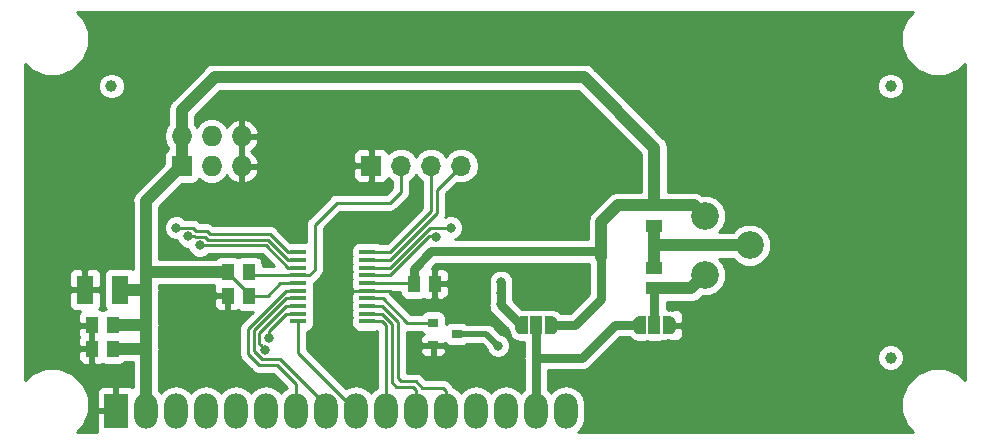
<source format=gbr>
G04 #@! TF.GenerationSoftware,KiCad,Pcbnew,5.0.0-rc2-dev-unknown-0f0d9af~63~ubuntu16.04.1*
G04 #@! TF.CreationDate,2018-05-08T16:55:26+02:00*
G04 #@! TF.ProjectId,display,646973706C61792E6B696361645F7063,rev?*
G04 #@! TF.SameCoordinates,Original*
G04 #@! TF.FileFunction,Copper,L1,Top,Signal*
G04 #@! TF.FilePolarity,Positive*
%FSLAX46Y46*%
G04 Gerber Fmt 4.6, Leading zero omitted, Abs format (unit mm)*
G04 Created by KiCad (PCBNEW 5.0.0-rc2-dev-unknown-0f0d9af~63~ubuntu16.04.1) date Tue May  8 16:55:26 2018*
%MOMM*%
%LPD*%
G01*
G04 APERTURE LIST*
%ADD10R,2.000000X3.000000*%
%ADD11O,2.000000X3.000000*%
%ADD12R,1.450000X0.450000*%
%ADD13R,1.120000X1.400000*%
%ADD14R,1.460000X2.400000*%
%ADD15R,1.727200X1.727200*%
%ADD16O,1.727200X1.727200*%
%ADD17R,1.700000X1.700000*%
%ADD18O,1.700000X1.700000*%
%ADD19R,0.500000X1.500000*%
%ADD20C,0.100000*%
%ADD21C,1.000000*%
%ADD22R,1.000000X1.500000*%
%ADD23R,0.900000X0.800000*%
%ADD24C,2.340000*%
%ADD25R,1.400000X1.120000*%
%ADD26C,0.800000*%
%ADD27C,1.000000*%
%ADD28C,0.800000*%
%ADD29C,0.250000*%
%ADD30C,0.500000*%
%ADD31C,0.254000*%
G04 APERTURE END LIST*
D10*
X90400000Y-95500000D03*
D11*
X92940000Y-95500000D03*
X95480000Y-95500000D03*
X98020000Y-95500000D03*
X100560000Y-95500000D03*
X103100000Y-95500000D03*
X105640000Y-95500000D03*
X108180000Y-95500000D03*
X110720000Y-95500000D03*
X113260000Y-95500000D03*
X115800000Y-95500000D03*
X118340000Y-95500000D03*
X120880000Y-95500000D03*
X123420000Y-95500000D03*
X125960000Y-95500000D03*
X128500000Y-95500000D03*
D12*
X105800000Y-82075000D03*
X105800000Y-82725000D03*
X105800000Y-83375000D03*
X105800000Y-84025000D03*
X105800000Y-84675000D03*
X105800000Y-85325000D03*
X105800000Y-85975000D03*
X105800000Y-86625000D03*
X105800000Y-87275000D03*
X105800000Y-87925000D03*
X111700000Y-87925000D03*
X111700000Y-87275000D03*
X111700000Y-86625000D03*
X111700000Y-85975000D03*
X111700000Y-85325000D03*
X111700000Y-84675000D03*
X111700000Y-84025000D03*
X111700000Y-83375000D03*
X111700000Y-82725000D03*
X111700000Y-82075000D03*
D13*
X99870000Y-85750000D03*
X101630000Y-85750000D03*
X90130000Y-90250000D03*
X88370000Y-90250000D03*
X88370000Y-88250000D03*
X90130000Y-88250000D03*
X115620000Y-84750000D03*
X117380000Y-84750000D03*
D14*
X90730000Y-85250000D03*
X87770000Y-85250000D03*
D15*
X95960000Y-74790000D03*
D16*
X95960000Y-72250000D03*
X98500000Y-74790000D03*
X98500000Y-72250000D03*
X101040000Y-74790000D03*
X101040000Y-72250000D03*
D17*
X112000000Y-74750000D03*
D18*
X114540000Y-74750000D03*
X117080000Y-74750000D03*
X119620000Y-74750000D03*
D19*
X135000000Y-88250000D03*
D20*
G36*
X134749010Y-87502408D02*
X134797546Y-87509607D01*
X134845143Y-87521530D01*
X134891343Y-87538060D01*
X134935699Y-87559039D01*
X134977786Y-87584265D01*
X135017198Y-87613495D01*
X135053554Y-87646447D01*
X135086506Y-87682803D01*
X135115736Y-87722215D01*
X135140962Y-87764302D01*
X135161941Y-87808658D01*
X135178471Y-87854858D01*
X135190394Y-87902455D01*
X135197593Y-87950991D01*
X135200001Y-88000000D01*
X135200001Y-88500000D01*
X135197593Y-88549009D01*
X135190394Y-88597545D01*
X135178471Y-88645142D01*
X135161941Y-88691342D01*
X135140962Y-88735698D01*
X135115736Y-88777785D01*
X135086506Y-88817197D01*
X135053554Y-88853553D01*
X135017198Y-88886505D01*
X134977786Y-88915735D01*
X134935699Y-88940961D01*
X134891343Y-88961940D01*
X134845143Y-88978470D01*
X134797546Y-88990393D01*
X134749010Y-88997592D01*
X134700001Y-89000000D01*
X134699999Y-89000000D01*
X134650990Y-88997592D01*
X134602454Y-88990393D01*
X134554857Y-88978470D01*
X134508657Y-88961940D01*
X134464301Y-88940961D01*
X134422214Y-88915735D01*
X134382802Y-88886505D01*
X134346446Y-88853553D01*
X134313494Y-88817197D01*
X134284264Y-88777785D01*
X134259038Y-88735698D01*
X134238059Y-88691342D01*
X134221529Y-88645142D01*
X134209606Y-88597545D01*
X134202407Y-88549009D01*
X134199999Y-88500000D01*
X134199999Y-88000000D01*
X134202407Y-87950991D01*
X134209606Y-87902455D01*
X134221529Y-87854858D01*
X134238059Y-87808658D01*
X134259038Y-87764302D01*
X134284264Y-87722215D01*
X134313494Y-87682803D01*
X134346446Y-87646447D01*
X134382802Y-87613495D01*
X134422214Y-87584265D01*
X134464301Y-87559039D01*
X134508657Y-87538060D01*
X134554857Y-87521530D01*
X134602454Y-87509607D01*
X134650990Y-87502408D01*
X134699999Y-87500000D01*
X134700001Y-87500000D01*
X134749010Y-87502408D01*
X134749010Y-87502408D01*
G37*
D21*
X134700000Y-88250000D03*
D22*
X136000000Y-88250000D03*
D19*
X137000000Y-88250000D03*
D20*
G36*
X137349010Y-87502408D02*
X137397546Y-87509607D01*
X137445143Y-87521530D01*
X137491343Y-87538060D01*
X137535699Y-87559039D01*
X137577786Y-87584265D01*
X137617198Y-87613495D01*
X137653554Y-87646447D01*
X137686506Y-87682803D01*
X137715736Y-87722215D01*
X137740962Y-87764302D01*
X137761941Y-87808658D01*
X137778471Y-87854858D01*
X137790394Y-87902455D01*
X137797593Y-87950991D01*
X137800001Y-88000000D01*
X137800001Y-88500000D01*
X137797593Y-88549009D01*
X137790394Y-88597545D01*
X137778471Y-88645142D01*
X137761941Y-88691342D01*
X137740962Y-88735698D01*
X137715736Y-88777785D01*
X137686506Y-88817197D01*
X137653554Y-88853553D01*
X137617198Y-88886505D01*
X137577786Y-88915735D01*
X137535699Y-88940961D01*
X137491343Y-88961940D01*
X137445143Y-88978470D01*
X137397546Y-88990393D01*
X137349010Y-88997592D01*
X137300001Y-89000000D01*
X137299999Y-89000000D01*
X137250990Y-88997592D01*
X137202454Y-88990393D01*
X137154857Y-88978470D01*
X137108657Y-88961940D01*
X137064301Y-88940961D01*
X137022214Y-88915735D01*
X136982802Y-88886505D01*
X136946446Y-88853553D01*
X136913494Y-88817197D01*
X136884264Y-88777785D01*
X136859038Y-88735698D01*
X136838059Y-88691342D01*
X136821529Y-88645142D01*
X136809606Y-88597545D01*
X136802407Y-88549009D01*
X136799999Y-88500000D01*
X136799999Y-88000000D01*
X136802407Y-87950991D01*
X136809606Y-87902455D01*
X136821529Y-87854858D01*
X136838059Y-87808658D01*
X136859038Y-87764302D01*
X136884264Y-87722215D01*
X136913494Y-87682803D01*
X136946446Y-87646447D01*
X136982802Y-87613495D01*
X137022214Y-87584265D01*
X137064301Y-87559039D01*
X137108657Y-87538060D01*
X137154857Y-87521530D01*
X137202454Y-87509607D01*
X137250990Y-87502408D01*
X137299999Y-87500000D01*
X137300001Y-87500000D01*
X137349010Y-87502408D01*
X137349010Y-87502408D01*
G37*
D21*
X137300000Y-88250000D03*
D20*
G36*
X124749010Y-87502408D02*
X124797546Y-87509607D01*
X124845143Y-87521530D01*
X124891343Y-87538060D01*
X124935699Y-87559039D01*
X124977786Y-87584265D01*
X125017198Y-87613495D01*
X125053554Y-87646447D01*
X125086506Y-87682803D01*
X125115736Y-87722215D01*
X125140962Y-87764302D01*
X125161941Y-87808658D01*
X125178471Y-87854858D01*
X125190394Y-87902455D01*
X125197593Y-87950991D01*
X125200001Y-88000000D01*
X125200001Y-88500000D01*
X125197593Y-88549009D01*
X125190394Y-88597545D01*
X125178471Y-88645142D01*
X125161941Y-88691342D01*
X125140962Y-88735698D01*
X125115736Y-88777785D01*
X125086506Y-88817197D01*
X125053554Y-88853553D01*
X125017198Y-88886505D01*
X124977786Y-88915735D01*
X124935699Y-88940961D01*
X124891343Y-88961940D01*
X124845143Y-88978470D01*
X124797546Y-88990393D01*
X124749010Y-88997592D01*
X124700001Y-89000000D01*
X124699999Y-89000000D01*
X124650990Y-88997592D01*
X124602454Y-88990393D01*
X124554857Y-88978470D01*
X124508657Y-88961940D01*
X124464301Y-88940961D01*
X124422214Y-88915735D01*
X124382802Y-88886505D01*
X124346446Y-88853553D01*
X124313494Y-88817197D01*
X124284264Y-88777785D01*
X124259038Y-88735698D01*
X124238059Y-88691342D01*
X124221529Y-88645142D01*
X124209606Y-88597545D01*
X124202407Y-88549009D01*
X124199999Y-88500000D01*
X124199999Y-88000000D01*
X124202407Y-87950991D01*
X124209606Y-87902455D01*
X124221529Y-87854858D01*
X124238059Y-87808658D01*
X124259038Y-87764302D01*
X124284264Y-87722215D01*
X124313494Y-87682803D01*
X124346446Y-87646447D01*
X124382802Y-87613495D01*
X124422214Y-87584265D01*
X124464301Y-87559039D01*
X124508657Y-87538060D01*
X124554857Y-87521530D01*
X124602454Y-87509607D01*
X124650990Y-87502408D01*
X124699999Y-87500000D01*
X124700001Y-87500000D01*
X124749010Y-87502408D01*
X124749010Y-87502408D01*
G37*
D21*
X124700000Y-88250000D03*
D19*
X125000000Y-88250000D03*
D22*
X126000000Y-88250000D03*
D20*
G36*
X127349010Y-87502408D02*
X127397546Y-87509607D01*
X127445143Y-87521530D01*
X127491343Y-87538060D01*
X127535699Y-87559039D01*
X127577786Y-87584265D01*
X127617198Y-87613495D01*
X127653554Y-87646447D01*
X127686506Y-87682803D01*
X127715736Y-87722215D01*
X127740962Y-87764302D01*
X127761941Y-87808658D01*
X127778471Y-87854858D01*
X127790394Y-87902455D01*
X127797593Y-87950991D01*
X127800001Y-88000000D01*
X127800001Y-88500000D01*
X127797593Y-88549009D01*
X127790394Y-88597545D01*
X127778471Y-88645142D01*
X127761941Y-88691342D01*
X127740962Y-88735698D01*
X127715736Y-88777785D01*
X127686506Y-88817197D01*
X127653554Y-88853553D01*
X127617198Y-88886505D01*
X127577786Y-88915735D01*
X127535699Y-88940961D01*
X127491343Y-88961940D01*
X127445143Y-88978470D01*
X127397546Y-88990393D01*
X127349010Y-88997592D01*
X127300001Y-89000000D01*
X127299999Y-89000000D01*
X127250990Y-88997592D01*
X127202454Y-88990393D01*
X127154857Y-88978470D01*
X127108657Y-88961940D01*
X127064301Y-88940961D01*
X127022214Y-88915735D01*
X126982802Y-88886505D01*
X126946446Y-88853553D01*
X126913494Y-88817197D01*
X126884264Y-88777785D01*
X126859038Y-88735698D01*
X126838059Y-88691342D01*
X126821529Y-88645142D01*
X126809606Y-88597545D01*
X126802407Y-88549009D01*
X126799999Y-88500000D01*
X126799999Y-88000000D01*
X126802407Y-87950991D01*
X126809606Y-87902455D01*
X126821529Y-87854858D01*
X126838059Y-87808658D01*
X126859038Y-87764302D01*
X126884264Y-87722215D01*
X126913494Y-87682803D01*
X126946446Y-87646447D01*
X126982802Y-87613495D01*
X127022214Y-87584265D01*
X127064301Y-87559039D01*
X127108657Y-87538060D01*
X127154857Y-87521530D01*
X127202454Y-87509607D01*
X127250990Y-87502408D01*
X127299999Y-87500000D01*
X127300001Y-87500000D01*
X127349010Y-87502408D01*
X127349010Y-87502408D01*
G37*
D21*
X127300000Y-88250000D03*
D19*
X127000000Y-88250000D03*
D23*
X117250000Y-88050000D03*
X117250000Y-89950000D03*
X119250000Y-89000000D03*
D24*
X140250000Y-84000000D03*
X144050000Y-81500000D03*
X140250000Y-79000000D03*
D25*
X136000000Y-83370000D03*
X136000000Y-85130000D03*
D13*
X101630000Y-83750000D03*
X99870000Y-83750000D03*
D25*
X136000000Y-78120000D03*
X136000000Y-79880000D03*
D21*
X156000000Y-68000000D03*
X156000000Y-91000000D03*
X90000000Y-68000000D03*
D26*
X123000000Y-84575000D03*
X123000000Y-85524996D03*
X123000000Y-86450000D03*
X103110000Y-82980000D03*
X157500000Y-82500000D03*
X157500000Y-77500000D03*
X157500000Y-72500000D03*
X97500000Y-65000000D03*
X105000000Y-65000000D03*
X117500000Y-65000000D03*
X127500000Y-65000000D03*
X87500000Y-80000000D03*
X87500000Y-75000000D03*
X87500000Y-70000000D03*
X119250000Y-92000000D03*
X116750000Y-92000000D03*
X118000000Y-92000000D03*
X98250000Y-90000000D03*
X95750000Y-88000000D03*
X112500000Y-80000000D03*
X107500000Y-90000000D03*
X110000000Y-80000000D03*
X110000000Y-90000000D03*
X105000000Y-75000000D03*
X125000000Y-75000000D03*
X130000000Y-75000000D03*
X140000000Y-95000000D03*
X145000000Y-95000000D03*
X150000000Y-95000000D03*
X140000000Y-65000000D03*
X145000000Y-65000000D03*
X150000000Y-65000000D03*
X122750000Y-90000000D03*
X95499988Y-80000000D03*
X96542946Y-80736773D03*
X97500000Y-81500000D03*
X117500002Y-80750000D03*
X118750000Y-80000000D03*
X103060051Y-90361396D03*
X103384991Y-89349863D03*
D27*
X95960000Y-74790000D02*
X95910000Y-74790000D01*
X95910000Y-74790000D02*
X92940000Y-77760000D01*
X92940000Y-77760000D02*
X92940000Y-83750000D01*
D28*
X115620000Y-84750000D02*
X115620000Y-83480000D01*
X115620000Y-83480000D02*
X117100000Y-82000000D01*
X117100000Y-82000000D02*
X131500000Y-82000000D01*
D27*
X131500000Y-82000000D02*
X131500000Y-79500000D01*
X131500000Y-82500000D02*
X131500000Y-82000000D01*
X130000000Y-67250000D02*
X136000000Y-73250000D01*
X98750000Y-67250000D02*
X130000000Y-67250000D01*
X95960000Y-70040000D02*
X98750000Y-67250000D01*
X95960000Y-72250000D02*
X95960000Y-70040000D01*
X136000000Y-73250000D02*
X136000000Y-78120000D01*
D28*
X129250000Y-88250000D02*
X131500000Y-86000000D01*
X131500000Y-86000000D02*
X131500000Y-82500000D01*
X127300000Y-88250000D02*
X129250000Y-88250000D01*
D29*
X101630000Y-85750000D02*
X103250000Y-85750000D01*
X103250000Y-85750000D02*
X104325000Y-84675000D01*
X104325000Y-84675000D02*
X105800000Y-84675000D01*
D27*
X92940000Y-83750000D02*
X99870000Y-83750000D01*
D29*
X101630000Y-85750000D02*
X101630000Y-85610000D01*
X101630000Y-85610000D02*
X99870000Y-83850000D01*
X99870000Y-83850000D02*
X99870000Y-83750000D01*
X111700000Y-84675000D02*
X115545000Y-84675000D01*
X115545000Y-84675000D02*
X115620000Y-84750000D01*
D27*
X136000000Y-78120000D02*
X139370000Y-78120000D01*
X139370000Y-78120000D02*
X140250000Y-79000000D01*
X131500000Y-79500000D02*
X132880000Y-78120000D01*
X132880000Y-78120000D02*
X136000000Y-78120000D01*
X92940000Y-83750000D02*
X92940000Y-85250000D01*
X92940000Y-90250000D02*
X92940000Y-93000000D01*
X92940000Y-90250000D02*
X90130000Y-90250000D01*
X92940000Y-88250000D02*
X92940000Y-90250000D01*
X92940000Y-85250000D02*
X92940000Y-88250000D01*
X92940000Y-88250000D02*
X90130000Y-88250000D01*
X92940000Y-85250000D02*
X90730000Y-85250000D01*
X92940000Y-93000000D02*
X92940000Y-95500000D01*
X95960000Y-72250000D02*
X95960000Y-74790000D01*
D28*
X123000000Y-86450000D02*
X123000000Y-84575000D01*
X123000000Y-85524996D02*
X123000000Y-84575000D01*
X123000000Y-86550000D02*
X123000000Y-86450000D01*
X124700000Y-88250000D02*
X123000000Y-86550000D01*
D27*
X136000000Y-81500000D02*
X136000000Y-79880000D01*
X136000000Y-83370000D02*
X136000000Y-81500000D01*
X136000000Y-81500000D02*
X144050000Y-81500000D01*
D29*
X107250000Y-83550000D02*
X107250000Y-79750000D01*
X114540000Y-76960000D02*
X114540000Y-74750000D01*
X106775000Y-84025000D02*
X107250000Y-83550000D01*
X107250000Y-79750000D02*
X109100000Y-77900000D01*
X105800000Y-84025000D02*
X106775000Y-84025000D01*
X109100000Y-77900000D02*
X113600000Y-77900000D01*
X113600000Y-77900000D02*
X114540000Y-76960000D01*
X101905000Y-84025000D02*
X104825000Y-84025000D01*
X104825000Y-84025000D02*
X105800000Y-84025000D01*
X101630000Y-83750000D02*
X101905000Y-84025000D01*
D28*
X136000000Y-88250000D02*
X136000000Y-85130000D01*
D27*
X136000000Y-85130000D02*
X139120000Y-85130000D01*
X139120000Y-85130000D02*
X140250000Y-84000000D01*
D29*
X111700000Y-85975000D02*
X112975000Y-85975000D01*
X115050000Y-88050000D02*
X117250000Y-88050000D01*
X112975000Y-85975000D02*
X115050000Y-88050000D01*
X111700000Y-85325000D02*
X113575000Y-85325000D01*
X113575000Y-85325000D02*
X114000000Y-85750000D01*
X111700000Y-85325000D02*
X110075000Y-85325000D01*
D30*
X119250000Y-89000000D02*
X121750000Y-89000000D01*
X121750000Y-89000000D02*
X122750000Y-90000000D01*
D29*
X96910000Y-80000000D02*
X96065673Y-80000000D01*
X98390000Y-80570000D02*
X98110000Y-80290000D01*
X97200000Y-80290000D02*
X96910000Y-80000000D01*
X98110000Y-80290000D02*
X97200000Y-80290000D01*
X103470000Y-80570000D02*
X98390000Y-80570000D01*
X104975000Y-82075000D02*
X103470000Y-80570000D01*
X105800000Y-82075000D02*
X104975000Y-82075000D01*
X96065673Y-80000000D02*
X95499988Y-80000000D01*
X97121846Y-80749988D02*
X97108631Y-80736773D01*
X103256421Y-81020011D02*
X98203600Y-81020011D01*
X104961410Y-82725000D02*
X103256421Y-81020011D01*
X98203600Y-81020011D02*
X97933578Y-80749988D01*
X97108631Y-80736773D02*
X96542946Y-80736773D01*
X97933578Y-80749988D02*
X97121846Y-80749988D01*
X105800000Y-82725000D02*
X104961410Y-82725000D01*
X104975000Y-83375000D02*
X103100000Y-81500000D01*
X105800000Y-83375000D02*
X104975000Y-83375000D01*
X103100000Y-81500000D02*
X98065685Y-81500000D01*
X98065685Y-81500000D02*
X97500000Y-81500000D01*
X101600000Y-90700000D02*
X102500000Y-91600000D01*
X105800000Y-85325000D02*
X104825000Y-85325000D01*
X104825000Y-85325000D02*
X101600000Y-88550000D01*
X101600000Y-88550000D02*
X101600000Y-90700000D01*
X102500000Y-91600000D02*
X104000000Y-91600000D01*
X104000000Y-91600000D02*
X105640000Y-93240000D01*
X105640000Y-93240000D02*
X105640000Y-95500000D01*
X102100000Y-90463590D02*
X102736410Y-91100000D01*
X102736410Y-91100000D02*
X104280000Y-91100000D01*
X108180000Y-95000000D02*
X108180000Y-95500000D01*
X102100000Y-88700000D02*
X102100000Y-90463590D01*
X104280000Y-91100000D02*
X108180000Y-95000000D01*
X104825000Y-85975000D02*
X102100000Y-88700000D01*
X105800000Y-85975000D02*
X104825000Y-85975000D01*
X105800000Y-90580000D02*
X110720000Y-95500000D01*
X105800000Y-87925000D02*
X105800000Y-90580000D01*
X112925000Y-87925000D02*
X111700000Y-87925000D01*
X113260000Y-88260000D02*
X112925000Y-87925000D01*
X113260000Y-95500000D02*
X113260000Y-88260000D01*
X114150000Y-93480000D02*
X113750000Y-93080000D01*
X115800000Y-93750000D02*
X115530000Y-93480000D01*
X112911411Y-87275000D02*
X111700000Y-87275000D01*
X115530000Y-93480000D02*
X114150000Y-93480000D01*
X113750000Y-88113589D02*
X112911411Y-87275000D01*
X115800000Y-95500000D02*
X115800000Y-93750000D01*
X113750000Y-93080000D02*
X113750000Y-88113589D01*
X116350000Y-93600000D02*
X115770000Y-93020000D01*
X115770000Y-93020000D02*
X114560000Y-93020000D01*
X118100000Y-93600000D02*
X116350000Y-93600000D01*
X118340000Y-93840000D02*
X118100000Y-93600000D01*
X118340000Y-95500000D02*
X118340000Y-93840000D01*
X114250000Y-92710000D02*
X114250000Y-87977178D01*
X112675000Y-86625000D02*
X111700000Y-86625000D01*
X114560000Y-93020000D02*
X114250000Y-92710000D01*
X114250000Y-87977178D02*
X112897822Y-86625000D01*
X112897822Y-86625000D02*
X112675000Y-86625000D01*
X111700000Y-84025000D02*
X113625000Y-84025000D01*
X113625000Y-84025000D02*
X116950000Y-80700000D01*
X116950000Y-80700000D02*
X117450002Y-80700000D01*
X117450002Y-80700000D02*
X117500002Y-80750000D01*
X118184315Y-80000000D02*
X118750000Y-80000000D01*
X116972821Y-80000000D02*
X118184315Y-80000000D01*
X111700000Y-83375000D02*
X113597821Y-83375000D01*
X113597821Y-83375000D02*
X116972821Y-80000000D01*
X111700000Y-82725000D02*
X113611411Y-82725000D01*
X113611411Y-82725000D02*
X117600000Y-78736411D01*
X117600000Y-78736411D02*
X117600000Y-76770000D01*
X117600000Y-76770000D02*
X119620000Y-74750000D01*
X113625000Y-82075000D02*
X117080000Y-78620000D01*
X111700000Y-82075000D02*
X113625000Y-82075000D01*
X117080000Y-78620000D02*
X117080000Y-75952081D01*
X117080000Y-75952081D02*
X117080000Y-74750000D01*
D28*
X125960000Y-91000000D02*
X129900000Y-91000000D01*
X129900000Y-91000000D02*
X132650000Y-88250000D01*
X132650000Y-88250000D02*
X134700000Y-88250000D01*
X125960000Y-91000000D02*
X125960000Y-88290000D01*
X125960000Y-95500000D02*
X125960000Y-91000000D01*
X125960000Y-88290000D02*
X126000000Y-88250000D01*
D29*
X105800000Y-86625000D02*
X104825000Y-86625000D01*
X102660052Y-89961397D02*
X103060051Y-90361396D01*
X102550011Y-88899989D02*
X102550011Y-89851356D01*
X102550011Y-89851356D02*
X102660052Y-89961397D01*
X104825000Y-86625000D02*
X102550011Y-88899989D01*
X103384991Y-88715009D02*
X103384991Y-88784178D01*
X103384991Y-88784178D02*
X103384991Y-89349863D01*
X105800000Y-87275000D02*
X104825000Y-87275000D01*
X104825000Y-87275000D02*
X103384991Y-88715009D01*
D31*
G36*
X157349057Y-62228697D02*
X156873000Y-63378001D01*
X156873000Y-64621999D01*
X157349057Y-65771303D01*
X158228697Y-66650943D01*
X159378001Y-67127000D01*
X160621999Y-67127000D01*
X161771303Y-66650943D01*
X162290001Y-66132245D01*
X162290000Y-92867754D01*
X161771303Y-92349057D01*
X160621999Y-91873000D01*
X159378001Y-91873000D01*
X158228697Y-92349057D01*
X157349057Y-93228697D01*
X156873000Y-94378001D01*
X156873000Y-95621999D01*
X157349057Y-96771303D01*
X157867754Y-97290000D01*
X129512300Y-97290000D01*
X129678769Y-97178769D01*
X130040136Y-96637945D01*
X130135000Y-96161031D01*
X130135000Y-94838969D01*
X130040136Y-94362055D01*
X129678769Y-93821231D01*
X129137944Y-93459864D01*
X128500000Y-93332969D01*
X127862055Y-93459864D01*
X127321231Y-93821231D01*
X127230000Y-93957768D01*
X127138769Y-93821231D01*
X126995000Y-93725168D01*
X126995000Y-92035000D01*
X129798066Y-92035000D01*
X129900000Y-92055276D01*
X130001934Y-92035000D01*
X130001935Y-92035000D01*
X130303837Y-91974948D01*
X130646193Y-91746193D01*
X130703937Y-91659773D01*
X131589476Y-90774234D01*
X154865000Y-90774234D01*
X154865000Y-91225766D01*
X155037793Y-91642926D01*
X155357074Y-91962207D01*
X155774234Y-92135000D01*
X156225766Y-92135000D01*
X156642926Y-91962207D01*
X156962207Y-91642926D01*
X157135000Y-91225766D01*
X157135000Y-90774234D01*
X156962207Y-90357074D01*
X156642926Y-90037793D01*
X156225766Y-89865000D01*
X155774234Y-89865000D01*
X155357074Y-90037793D01*
X155037793Y-90357074D01*
X154865000Y-90774234D01*
X131589476Y-90774234D01*
X133078711Y-89285000D01*
X133871021Y-89285000D01*
X133888636Y-89311363D01*
X134260893Y-89560096D01*
X134699999Y-89647440D01*
X134700001Y-89647440D01*
X134725000Y-89642467D01*
X134750000Y-89647440D01*
X135250000Y-89647440D01*
X135375000Y-89622576D01*
X135500000Y-89647440D01*
X136500000Y-89647440D01*
X136603853Y-89626783D01*
X136623691Y-89635000D01*
X137014250Y-89635000D01*
X137149000Y-89500250D01*
X137283750Y-89635000D01*
X137376309Y-89635000D01*
X137524406Y-89573656D01*
X137585750Y-89635000D01*
X137926309Y-89635000D01*
X138159698Y-89538327D01*
X138338327Y-89359699D01*
X138435000Y-89126310D01*
X138435000Y-88535750D01*
X138276250Y-88377000D01*
X137153000Y-88377000D01*
X137153000Y-88123000D01*
X138276250Y-88123000D01*
X138435000Y-87964250D01*
X138435000Y-87373690D01*
X138338327Y-87140301D01*
X138159698Y-86961673D01*
X137926309Y-86865000D01*
X137585750Y-86865000D01*
X137524406Y-86926344D01*
X137376309Y-86865000D01*
X137283750Y-86865000D01*
X137149000Y-86999750D01*
X137127002Y-86977752D01*
X137127002Y-86865000D01*
X137035000Y-86865000D01*
X137035000Y-86265000D01*
X139008217Y-86265000D01*
X139120000Y-86287235D01*
X139231783Y-86265000D01*
X139562855Y-86199146D01*
X139938289Y-85948289D01*
X140001613Y-85853518D01*
X140050131Y-85805000D01*
X140609037Y-85805000D01*
X141272450Y-85530205D01*
X141780205Y-85022450D01*
X142055000Y-84359037D01*
X142055000Y-83640963D01*
X141780205Y-82977550D01*
X141437655Y-82635000D01*
X142632345Y-82635000D01*
X143027550Y-83030205D01*
X143690963Y-83305000D01*
X144409037Y-83305000D01*
X145072450Y-83030205D01*
X145580205Y-82522450D01*
X145855000Y-81859037D01*
X145855000Y-81140963D01*
X145580205Y-80477550D01*
X145072450Y-79969795D01*
X144409037Y-79695000D01*
X143690963Y-79695000D01*
X143027550Y-79969795D01*
X142632345Y-80365000D01*
X141437655Y-80365000D01*
X141780205Y-80022450D01*
X142055000Y-79359037D01*
X142055000Y-78640963D01*
X141780205Y-77977550D01*
X141272450Y-77469795D01*
X140609037Y-77195000D01*
X140028585Y-77195000D01*
X139812855Y-77050854D01*
X139481783Y-76985000D01*
X139370000Y-76962765D01*
X139258217Y-76985000D01*
X137135000Y-76985000D01*
X137135000Y-73361781D01*
X137157235Y-73249999D01*
X137135000Y-73138217D01*
X137069146Y-72807145D01*
X136818289Y-72431711D01*
X136723522Y-72368390D01*
X132129366Y-67774234D01*
X154865000Y-67774234D01*
X154865000Y-68225766D01*
X155037793Y-68642926D01*
X155357074Y-68962207D01*
X155774234Y-69135000D01*
X156225766Y-69135000D01*
X156642926Y-68962207D01*
X156962207Y-68642926D01*
X157135000Y-68225766D01*
X157135000Y-67774234D01*
X156962207Y-67357074D01*
X156642926Y-67037793D01*
X156225766Y-66865000D01*
X155774234Y-66865000D01*
X155357074Y-67037793D01*
X155037793Y-67357074D01*
X154865000Y-67774234D01*
X132129366Y-67774234D01*
X130881613Y-66526482D01*
X130818289Y-66431711D01*
X130442855Y-66180854D01*
X130111783Y-66115000D01*
X130000000Y-66092765D01*
X129888217Y-66115000D01*
X98861783Y-66115000D01*
X98750000Y-66092765D01*
X98638217Y-66115000D01*
X98307145Y-66180854D01*
X97931711Y-66431711D01*
X97868389Y-66526479D01*
X95236480Y-69158389D01*
X95141712Y-69221711D01*
X94956085Y-69499522D01*
X94890854Y-69597146D01*
X94802765Y-70040000D01*
X94825001Y-70151788D01*
X94825000Y-71251239D01*
X94548350Y-71665275D01*
X94432041Y-72250000D01*
X94548350Y-72834725D01*
X94825000Y-73248761D01*
X94825000Y-73344035D01*
X94638591Y-73468591D01*
X94498243Y-73678635D01*
X94448960Y-73926400D01*
X94448960Y-74645908D01*
X92216482Y-76878387D01*
X92121711Y-76941711D01*
X91911352Y-77256537D01*
X91870854Y-77317146D01*
X91782765Y-77760000D01*
X91805000Y-77871783D01*
X91805001Y-83516814D01*
X91707765Y-83451843D01*
X91460000Y-83402560D01*
X90000000Y-83402560D01*
X89752235Y-83451843D01*
X89542191Y-83592191D01*
X89401843Y-83802235D01*
X89352560Y-84050000D01*
X89352560Y-86450000D01*
X89401843Y-86697765D01*
X89542191Y-86907809D01*
X89542517Y-86908027D01*
X89322235Y-86951843D01*
X89254508Y-86997097D01*
X89056309Y-86915000D01*
X88933025Y-86915000D01*
X89038327Y-86809699D01*
X89135000Y-86576310D01*
X89135000Y-85535750D01*
X88976250Y-85377000D01*
X87897000Y-85377000D01*
X87897000Y-85397000D01*
X87643000Y-85397000D01*
X87643000Y-85377000D01*
X86563750Y-85377000D01*
X86405000Y-85535750D01*
X86405000Y-86576310D01*
X86501673Y-86809699D01*
X86680302Y-86988327D01*
X86913691Y-87085000D01*
X87376975Y-87085000D01*
X87271673Y-87190301D01*
X87175000Y-87423690D01*
X87175000Y-87964250D01*
X87333750Y-88123000D01*
X88243000Y-88123000D01*
X88243000Y-88103000D01*
X88497000Y-88103000D01*
X88497000Y-88123000D01*
X88517000Y-88123000D01*
X88517000Y-88377000D01*
X88497000Y-88377000D01*
X88497000Y-90123000D01*
X88517000Y-90123000D01*
X88517000Y-90377000D01*
X88497000Y-90377000D01*
X88497000Y-91426250D01*
X88655750Y-91585000D01*
X89056309Y-91585000D01*
X89254508Y-91502903D01*
X89322235Y-91548157D01*
X89570000Y-91597440D01*
X90690000Y-91597440D01*
X90937765Y-91548157D01*
X91147809Y-91407809D01*
X91163050Y-91385000D01*
X91805000Y-91385000D01*
X91805001Y-92888213D01*
X91805000Y-92888218D01*
X91805000Y-93506975D01*
X91759698Y-93461673D01*
X91526309Y-93365000D01*
X90685750Y-93365000D01*
X90527000Y-93523750D01*
X90527000Y-95373000D01*
X90547000Y-95373000D01*
X90547000Y-95627000D01*
X90527000Y-95627000D01*
X90527000Y-95647000D01*
X90273000Y-95647000D01*
X90273000Y-95627000D01*
X88923750Y-95627000D01*
X88765000Y-95785750D01*
X88765000Y-97126310D01*
X88832803Y-97290000D01*
X87132246Y-97290000D01*
X87650943Y-96771303D01*
X88127000Y-95621999D01*
X88127000Y-94378001D01*
X87918108Y-93873690D01*
X88765000Y-93873690D01*
X88765000Y-95214250D01*
X88923750Y-95373000D01*
X90273000Y-95373000D01*
X90273000Y-93523750D01*
X90114250Y-93365000D01*
X89273691Y-93365000D01*
X89040302Y-93461673D01*
X88861673Y-93640301D01*
X88765000Y-93873690D01*
X87918108Y-93873690D01*
X87650943Y-93228697D01*
X86771303Y-92349057D01*
X85621999Y-91873000D01*
X84378001Y-91873000D01*
X83228697Y-92349057D01*
X82710000Y-92867754D01*
X82710000Y-90535750D01*
X87175000Y-90535750D01*
X87175000Y-91076310D01*
X87271673Y-91309699D01*
X87450302Y-91488327D01*
X87683691Y-91585000D01*
X88084250Y-91585000D01*
X88243000Y-91426250D01*
X88243000Y-90377000D01*
X87333750Y-90377000D01*
X87175000Y-90535750D01*
X82710000Y-90535750D01*
X82710000Y-88535750D01*
X87175000Y-88535750D01*
X87175000Y-89076310D01*
X87246945Y-89250000D01*
X87175000Y-89423690D01*
X87175000Y-89964250D01*
X87333750Y-90123000D01*
X88243000Y-90123000D01*
X88243000Y-88377000D01*
X87333750Y-88377000D01*
X87175000Y-88535750D01*
X82710000Y-88535750D01*
X82710000Y-83923690D01*
X86405000Y-83923690D01*
X86405000Y-84964250D01*
X86563750Y-85123000D01*
X87643000Y-85123000D01*
X87643000Y-83573750D01*
X87897000Y-83573750D01*
X87897000Y-85123000D01*
X88976250Y-85123000D01*
X89135000Y-84964250D01*
X89135000Y-83923690D01*
X89038327Y-83690301D01*
X88859698Y-83511673D01*
X88626309Y-83415000D01*
X88055750Y-83415000D01*
X87897000Y-83573750D01*
X87643000Y-83573750D01*
X87484250Y-83415000D01*
X86913691Y-83415000D01*
X86680302Y-83511673D01*
X86501673Y-83690301D01*
X86405000Y-83923690D01*
X82710000Y-83923690D01*
X82710000Y-67774234D01*
X88865000Y-67774234D01*
X88865000Y-68225766D01*
X89037793Y-68642926D01*
X89357074Y-68962207D01*
X89774234Y-69135000D01*
X90225766Y-69135000D01*
X90642926Y-68962207D01*
X90962207Y-68642926D01*
X91135000Y-68225766D01*
X91135000Y-67774234D01*
X90962207Y-67357074D01*
X90642926Y-67037793D01*
X90225766Y-66865000D01*
X89774234Y-66865000D01*
X89357074Y-67037793D01*
X89037793Y-67357074D01*
X88865000Y-67774234D01*
X82710000Y-67774234D01*
X82710000Y-66132246D01*
X83228697Y-66650943D01*
X84378001Y-67127000D01*
X85621999Y-67127000D01*
X86771303Y-66650943D01*
X87650943Y-65771303D01*
X88127000Y-64621999D01*
X88127000Y-63378001D01*
X87650943Y-62228697D01*
X87132246Y-61710000D01*
X157867754Y-61710000D01*
X157349057Y-62228697D01*
X157349057Y-62228697D01*
G37*
X157349057Y-62228697D02*
X156873000Y-63378001D01*
X156873000Y-64621999D01*
X157349057Y-65771303D01*
X158228697Y-66650943D01*
X159378001Y-67127000D01*
X160621999Y-67127000D01*
X161771303Y-66650943D01*
X162290001Y-66132245D01*
X162290000Y-92867754D01*
X161771303Y-92349057D01*
X160621999Y-91873000D01*
X159378001Y-91873000D01*
X158228697Y-92349057D01*
X157349057Y-93228697D01*
X156873000Y-94378001D01*
X156873000Y-95621999D01*
X157349057Y-96771303D01*
X157867754Y-97290000D01*
X129512300Y-97290000D01*
X129678769Y-97178769D01*
X130040136Y-96637945D01*
X130135000Y-96161031D01*
X130135000Y-94838969D01*
X130040136Y-94362055D01*
X129678769Y-93821231D01*
X129137944Y-93459864D01*
X128500000Y-93332969D01*
X127862055Y-93459864D01*
X127321231Y-93821231D01*
X127230000Y-93957768D01*
X127138769Y-93821231D01*
X126995000Y-93725168D01*
X126995000Y-92035000D01*
X129798066Y-92035000D01*
X129900000Y-92055276D01*
X130001934Y-92035000D01*
X130001935Y-92035000D01*
X130303837Y-91974948D01*
X130646193Y-91746193D01*
X130703937Y-91659773D01*
X131589476Y-90774234D01*
X154865000Y-90774234D01*
X154865000Y-91225766D01*
X155037793Y-91642926D01*
X155357074Y-91962207D01*
X155774234Y-92135000D01*
X156225766Y-92135000D01*
X156642926Y-91962207D01*
X156962207Y-91642926D01*
X157135000Y-91225766D01*
X157135000Y-90774234D01*
X156962207Y-90357074D01*
X156642926Y-90037793D01*
X156225766Y-89865000D01*
X155774234Y-89865000D01*
X155357074Y-90037793D01*
X155037793Y-90357074D01*
X154865000Y-90774234D01*
X131589476Y-90774234D01*
X133078711Y-89285000D01*
X133871021Y-89285000D01*
X133888636Y-89311363D01*
X134260893Y-89560096D01*
X134699999Y-89647440D01*
X134700001Y-89647440D01*
X134725000Y-89642467D01*
X134750000Y-89647440D01*
X135250000Y-89647440D01*
X135375000Y-89622576D01*
X135500000Y-89647440D01*
X136500000Y-89647440D01*
X136603853Y-89626783D01*
X136623691Y-89635000D01*
X137014250Y-89635000D01*
X137149000Y-89500250D01*
X137283750Y-89635000D01*
X137376309Y-89635000D01*
X137524406Y-89573656D01*
X137585750Y-89635000D01*
X137926309Y-89635000D01*
X138159698Y-89538327D01*
X138338327Y-89359699D01*
X138435000Y-89126310D01*
X138435000Y-88535750D01*
X138276250Y-88377000D01*
X137153000Y-88377000D01*
X137153000Y-88123000D01*
X138276250Y-88123000D01*
X138435000Y-87964250D01*
X138435000Y-87373690D01*
X138338327Y-87140301D01*
X138159698Y-86961673D01*
X137926309Y-86865000D01*
X137585750Y-86865000D01*
X137524406Y-86926344D01*
X137376309Y-86865000D01*
X137283750Y-86865000D01*
X137149000Y-86999750D01*
X137127002Y-86977752D01*
X137127002Y-86865000D01*
X137035000Y-86865000D01*
X137035000Y-86265000D01*
X139008217Y-86265000D01*
X139120000Y-86287235D01*
X139231783Y-86265000D01*
X139562855Y-86199146D01*
X139938289Y-85948289D01*
X140001613Y-85853518D01*
X140050131Y-85805000D01*
X140609037Y-85805000D01*
X141272450Y-85530205D01*
X141780205Y-85022450D01*
X142055000Y-84359037D01*
X142055000Y-83640963D01*
X141780205Y-82977550D01*
X141437655Y-82635000D01*
X142632345Y-82635000D01*
X143027550Y-83030205D01*
X143690963Y-83305000D01*
X144409037Y-83305000D01*
X145072450Y-83030205D01*
X145580205Y-82522450D01*
X145855000Y-81859037D01*
X145855000Y-81140963D01*
X145580205Y-80477550D01*
X145072450Y-79969795D01*
X144409037Y-79695000D01*
X143690963Y-79695000D01*
X143027550Y-79969795D01*
X142632345Y-80365000D01*
X141437655Y-80365000D01*
X141780205Y-80022450D01*
X142055000Y-79359037D01*
X142055000Y-78640963D01*
X141780205Y-77977550D01*
X141272450Y-77469795D01*
X140609037Y-77195000D01*
X140028585Y-77195000D01*
X139812855Y-77050854D01*
X139481783Y-76985000D01*
X139370000Y-76962765D01*
X139258217Y-76985000D01*
X137135000Y-76985000D01*
X137135000Y-73361781D01*
X137157235Y-73249999D01*
X137135000Y-73138217D01*
X137069146Y-72807145D01*
X136818289Y-72431711D01*
X136723522Y-72368390D01*
X132129366Y-67774234D01*
X154865000Y-67774234D01*
X154865000Y-68225766D01*
X155037793Y-68642926D01*
X155357074Y-68962207D01*
X155774234Y-69135000D01*
X156225766Y-69135000D01*
X156642926Y-68962207D01*
X156962207Y-68642926D01*
X157135000Y-68225766D01*
X157135000Y-67774234D01*
X156962207Y-67357074D01*
X156642926Y-67037793D01*
X156225766Y-66865000D01*
X155774234Y-66865000D01*
X155357074Y-67037793D01*
X155037793Y-67357074D01*
X154865000Y-67774234D01*
X132129366Y-67774234D01*
X130881613Y-66526482D01*
X130818289Y-66431711D01*
X130442855Y-66180854D01*
X130111783Y-66115000D01*
X130000000Y-66092765D01*
X129888217Y-66115000D01*
X98861783Y-66115000D01*
X98750000Y-66092765D01*
X98638217Y-66115000D01*
X98307145Y-66180854D01*
X97931711Y-66431711D01*
X97868389Y-66526479D01*
X95236480Y-69158389D01*
X95141712Y-69221711D01*
X94956085Y-69499522D01*
X94890854Y-69597146D01*
X94802765Y-70040000D01*
X94825001Y-70151788D01*
X94825000Y-71251239D01*
X94548350Y-71665275D01*
X94432041Y-72250000D01*
X94548350Y-72834725D01*
X94825000Y-73248761D01*
X94825000Y-73344035D01*
X94638591Y-73468591D01*
X94498243Y-73678635D01*
X94448960Y-73926400D01*
X94448960Y-74645908D01*
X92216482Y-76878387D01*
X92121711Y-76941711D01*
X91911352Y-77256537D01*
X91870854Y-77317146D01*
X91782765Y-77760000D01*
X91805000Y-77871783D01*
X91805001Y-83516814D01*
X91707765Y-83451843D01*
X91460000Y-83402560D01*
X90000000Y-83402560D01*
X89752235Y-83451843D01*
X89542191Y-83592191D01*
X89401843Y-83802235D01*
X89352560Y-84050000D01*
X89352560Y-86450000D01*
X89401843Y-86697765D01*
X89542191Y-86907809D01*
X89542517Y-86908027D01*
X89322235Y-86951843D01*
X89254508Y-86997097D01*
X89056309Y-86915000D01*
X88933025Y-86915000D01*
X89038327Y-86809699D01*
X89135000Y-86576310D01*
X89135000Y-85535750D01*
X88976250Y-85377000D01*
X87897000Y-85377000D01*
X87897000Y-85397000D01*
X87643000Y-85397000D01*
X87643000Y-85377000D01*
X86563750Y-85377000D01*
X86405000Y-85535750D01*
X86405000Y-86576310D01*
X86501673Y-86809699D01*
X86680302Y-86988327D01*
X86913691Y-87085000D01*
X87376975Y-87085000D01*
X87271673Y-87190301D01*
X87175000Y-87423690D01*
X87175000Y-87964250D01*
X87333750Y-88123000D01*
X88243000Y-88123000D01*
X88243000Y-88103000D01*
X88497000Y-88103000D01*
X88497000Y-88123000D01*
X88517000Y-88123000D01*
X88517000Y-88377000D01*
X88497000Y-88377000D01*
X88497000Y-90123000D01*
X88517000Y-90123000D01*
X88517000Y-90377000D01*
X88497000Y-90377000D01*
X88497000Y-91426250D01*
X88655750Y-91585000D01*
X89056309Y-91585000D01*
X89254508Y-91502903D01*
X89322235Y-91548157D01*
X89570000Y-91597440D01*
X90690000Y-91597440D01*
X90937765Y-91548157D01*
X91147809Y-91407809D01*
X91163050Y-91385000D01*
X91805000Y-91385000D01*
X91805001Y-92888213D01*
X91805000Y-92888218D01*
X91805000Y-93506975D01*
X91759698Y-93461673D01*
X91526309Y-93365000D01*
X90685750Y-93365000D01*
X90527000Y-93523750D01*
X90527000Y-95373000D01*
X90547000Y-95373000D01*
X90547000Y-95627000D01*
X90527000Y-95627000D01*
X90527000Y-95647000D01*
X90273000Y-95647000D01*
X90273000Y-95627000D01*
X88923750Y-95627000D01*
X88765000Y-95785750D01*
X88765000Y-97126310D01*
X88832803Y-97290000D01*
X87132246Y-97290000D01*
X87650943Y-96771303D01*
X88127000Y-95621999D01*
X88127000Y-94378001D01*
X87918108Y-93873690D01*
X88765000Y-93873690D01*
X88765000Y-95214250D01*
X88923750Y-95373000D01*
X90273000Y-95373000D01*
X90273000Y-93523750D01*
X90114250Y-93365000D01*
X89273691Y-93365000D01*
X89040302Y-93461673D01*
X88861673Y-93640301D01*
X88765000Y-93873690D01*
X87918108Y-93873690D01*
X87650943Y-93228697D01*
X86771303Y-92349057D01*
X85621999Y-91873000D01*
X84378001Y-91873000D01*
X83228697Y-92349057D01*
X82710000Y-92867754D01*
X82710000Y-90535750D01*
X87175000Y-90535750D01*
X87175000Y-91076310D01*
X87271673Y-91309699D01*
X87450302Y-91488327D01*
X87683691Y-91585000D01*
X88084250Y-91585000D01*
X88243000Y-91426250D01*
X88243000Y-90377000D01*
X87333750Y-90377000D01*
X87175000Y-90535750D01*
X82710000Y-90535750D01*
X82710000Y-88535750D01*
X87175000Y-88535750D01*
X87175000Y-89076310D01*
X87246945Y-89250000D01*
X87175000Y-89423690D01*
X87175000Y-89964250D01*
X87333750Y-90123000D01*
X88243000Y-90123000D01*
X88243000Y-88377000D01*
X87333750Y-88377000D01*
X87175000Y-88535750D01*
X82710000Y-88535750D01*
X82710000Y-83923690D01*
X86405000Y-83923690D01*
X86405000Y-84964250D01*
X86563750Y-85123000D01*
X87643000Y-85123000D01*
X87643000Y-83573750D01*
X87897000Y-83573750D01*
X87897000Y-85123000D01*
X88976250Y-85123000D01*
X89135000Y-84964250D01*
X89135000Y-83923690D01*
X89038327Y-83690301D01*
X88859698Y-83511673D01*
X88626309Y-83415000D01*
X88055750Y-83415000D01*
X87897000Y-83573750D01*
X87643000Y-83573750D01*
X87484250Y-83415000D01*
X86913691Y-83415000D01*
X86680302Y-83511673D01*
X86501673Y-83690301D01*
X86405000Y-83923690D01*
X82710000Y-83923690D01*
X82710000Y-67774234D01*
X88865000Y-67774234D01*
X88865000Y-68225766D01*
X89037793Y-68642926D01*
X89357074Y-68962207D01*
X89774234Y-69135000D01*
X90225766Y-69135000D01*
X90642926Y-68962207D01*
X90962207Y-68642926D01*
X91135000Y-68225766D01*
X91135000Y-67774234D01*
X90962207Y-67357074D01*
X90642926Y-67037793D01*
X90225766Y-66865000D01*
X89774234Y-66865000D01*
X89357074Y-67037793D01*
X89037793Y-67357074D01*
X88865000Y-67774234D01*
X82710000Y-67774234D01*
X82710000Y-66132246D01*
X83228697Y-66650943D01*
X84378001Y-67127000D01*
X85621999Y-67127000D01*
X86771303Y-66650943D01*
X87650943Y-65771303D01*
X88127000Y-64621999D01*
X88127000Y-63378001D01*
X87650943Y-62228697D01*
X87132246Y-61710000D01*
X157867754Y-61710000D01*
X157349057Y-62228697D01*
G36*
X98675000Y-84923690D02*
X98675000Y-85464250D01*
X98833750Y-85623000D01*
X99743000Y-85623000D01*
X99743000Y-85603000D01*
X99997000Y-85603000D01*
X99997000Y-85623000D01*
X100017000Y-85623000D01*
X100017000Y-85877000D01*
X99997000Y-85877000D01*
X99997000Y-86926250D01*
X100155750Y-87085000D01*
X100556309Y-87085000D01*
X100754508Y-87002903D01*
X100822235Y-87048157D01*
X101070000Y-87097440D01*
X101977759Y-87097440D01*
X101115530Y-87959669D01*
X101052071Y-88002071D01*
X100884096Y-88253464D01*
X100840000Y-88475149D01*
X100840000Y-88475153D01*
X100825112Y-88550000D01*
X100840000Y-88624847D01*
X100840001Y-90625148D01*
X100825112Y-90700000D01*
X100884097Y-90996537D01*
X100963604Y-91115527D01*
X101052072Y-91247929D01*
X101115528Y-91290329D01*
X101909670Y-92084472D01*
X101952071Y-92147929D01*
X102203463Y-92315904D01*
X102425148Y-92360000D01*
X102425152Y-92360000D01*
X102499999Y-92374888D01*
X102574846Y-92360000D01*
X103685199Y-92360000D01*
X104871977Y-93546779D01*
X104461231Y-93821231D01*
X104370000Y-93957768D01*
X104278769Y-93821231D01*
X103737944Y-93459864D01*
X103100000Y-93332969D01*
X102462055Y-93459864D01*
X101921231Y-93821231D01*
X101830000Y-93957768D01*
X101738769Y-93821231D01*
X101197944Y-93459864D01*
X100560000Y-93332969D01*
X99922055Y-93459864D01*
X99381231Y-93821231D01*
X99290000Y-93957768D01*
X99198769Y-93821231D01*
X98657944Y-93459864D01*
X98020000Y-93332969D01*
X97382055Y-93459864D01*
X96841231Y-93821231D01*
X96750000Y-93957768D01*
X96658769Y-93821231D01*
X96117944Y-93459864D01*
X95480000Y-93332969D01*
X94842055Y-93459864D01*
X94301231Y-93821231D01*
X94210000Y-93957768D01*
X94118769Y-93821231D01*
X94075000Y-93791986D01*
X94075000Y-90361783D01*
X94097235Y-90250000D01*
X94075000Y-90138217D01*
X94075000Y-88361783D01*
X94097235Y-88250000D01*
X94075000Y-88138217D01*
X94075000Y-86035750D01*
X98675000Y-86035750D01*
X98675000Y-86576310D01*
X98771673Y-86809699D01*
X98950302Y-86988327D01*
X99183691Y-87085000D01*
X99584250Y-87085000D01*
X99743000Y-86926250D01*
X99743000Y-85877000D01*
X98833750Y-85877000D01*
X98675000Y-86035750D01*
X94075000Y-86035750D01*
X94075000Y-85361783D01*
X94097235Y-85250000D01*
X94075000Y-85138217D01*
X94075000Y-84885000D01*
X98691026Y-84885000D01*
X98675000Y-84923690D01*
X98675000Y-84923690D01*
G37*
X98675000Y-84923690D02*
X98675000Y-85464250D01*
X98833750Y-85623000D01*
X99743000Y-85623000D01*
X99743000Y-85603000D01*
X99997000Y-85603000D01*
X99997000Y-85623000D01*
X100017000Y-85623000D01*
X100017000Y-85877000D01*
X99997000Y-85877000D01*
X99997000Y-86926250D01*
X100155750Y-87085000D01*
X100556309Y-87085000D01*
X100754508Y-87002903D01*
X100822235Y-87048157D01*
X101070000Y-87097440D01*
X101977759Y-87097440D01*
X101115530Y-87959669D01*
X101052071Y-88002071D01*
X100884096Y-88253464D01*
X100840000Y-88475149D01*
X100840000Y-88475153D01*
X100825112Y-88550000D01*
X100840000Y-88624847D01*
X100840001Y-90625148D01*
X100825112Y-90700000D01*
X100884097Y-90996537D01*
X100963604Y-91115527D01*
X101052072Y-91247929D01*
X101115528Y-91290329D01*
X101909670Y-92084472D01*
X101952071Y-92147929D01*
X102203463Y-92315904D01*
X102425148Y-92360000D01*
X102425152Y-92360000D01*
X102499999Y-92374888D01*
X102574846Y-92360000D01*
X103685199Y-92360000D01*
X104871977Y-93546779D01*
X104461231Y-93821231D01*
X104370000Y-93957768D01*
X104278769Y-93821231D01*
X103737944Y-93459864D01*
X103100000Y-93332969D01*
X102462055Y-93459864D01*
X101921231Y-93821231D01*
X101830000Y-93957768D01*
X101738769Y-93821231D01*
X101197944Y-93459864D01*
X100560000Y-93332969D01*
X99922055Y-93459864D01*
X99381231Y-93821231D01*
X99290000Y-93957768D01*
X99198769Y-93821231D01*
X98657944Y-93459864D01*
X98020000Y-93332969D01*
X97382055Y-93459864D01*
X96841231Y-93821231D01*
X96750000Y-93957768D01*
X96658769Y-93821231D01*
X96117944Y-93459864D01*
X95480000Y-93332969D01*
X94842055Y-93459864D01*
X94301231Y-93821231D01*
X94210000Y-93957768D01*
X94118769Y-93821231D01*
X94075000Y-93791986D01*
X94075000Y-90361783D01*
X94097235Y-90250000D01*
X94075000Y-90138217D01*
X94075000Y-88361783D01*
X94097235Y-88250000D01*
X94075000Y-88138217D01*
X94075000Y-86035750D01*
X98675000Y-86035750D01*
X98675000Y-86576310D01*
X98771673Y-86809699D01*
X98950302Y-86988327D01*
X99183691Y-87085000D01*
X99584250Y-87085000D01*
X99743000Y-86926250D01*
X99743000Y-85877000D01*
X98833750Y-85877000D01*
X98675000Y-86035750D01*
X94075000Y-86035750D01*
X94075000Y-85361783D01*
X94097235Y-85250000D01*
X94075000Y-85138217D01*
X94075000Y-84885000D01*
X98691026Y-84885000D01*
X98675000Y-84923690D01*
G36*
X116009375Y-75820625D02*
X116320001Y-76028179D01*
X116320000Y-78305198D01*
X113310199Y-81315000D01*
X112767285Y-81315000D01*
X112672765Y-81251843D01*
X112425000Y-81202560D01*
X110975000Y-81202560D01*
X110727235Y-81251843D01*
X110517191Y-81392191D01*
X110376843Y-81602235D01*
X110327560Y-81850000D01*
X110327560Y-82300000D01*
X110347451Y-82400000D01*
X110327560Y-82500000D01*
X110327560Y-82950000D01*
X110347451Y-83050000D01*
X110327560Y-83150000D01*
X110327560Y-83600000D01*
X110347451Y-83700000D01*
X110327560Y-83800000D01*
X110327560Y-84250000D01*
X110347451Y-84350000D01*
X110327560Y-84450000D01*
X110327560Y-84900000D01*
X110341498Y-84970073D01*
X110340000Y-84973690D01*
X110340000Y-85053750D01*
X110362647Y-85076397D01*
X110376843Y-85147765D01*
X110495269Y-85325000D01*
X110376843Y-85502235D01*
X110362647Y-85573603D01*
X110340000Y-85596250D01*
X110340000Y-85676310D01*
X110341498Y-85679927D01*
X110327560Y-85750000D01*
X110327560Y-86200000D01*
X110347451Y-86300000D01*
X110327560Y-86400000D01*
X110327560Y-86850000D01*
X110347451Y-86950000D01*
X110327560Y-87050000D01*
X110327560Y-87500000D01*
X110347451Y-87600000D01*
X110327560Y-87700000D01*
X110327560Y-88150000D01*
X110376843Y-88397765D01*
X110517191Y-88607809D01*
X110727235Y-88748157D01*
X110975000Y-88797440D01*
X112425000Y-88797440D01*
X112500001Y-88782522D01*
X112500000Y-93541418D01*
X112081231Y-93821231D01*
X111990000Y-93957768D01*
X111898769Y-93821231D01*
X111357944Y-93459864D01*
X110720000Y-93332969D01*
X110082055Y-93459864D01*
X109885799Y-93590998D01*
X106560000Y-90265199D01*
X106560000Y-88790478D01*
X106772765Y-88748157D01*
X106982809Y-88607809D01*
X107123157Y-88397765D01*
X107172440Y-88150000D01*
X107172440Y-87700000D01*
X107152549Y-87600000D01*
X107172440Y-87500000D01*
X107172440Y-87050000D01*
X107152549Y-86950000D01*
X107172440Y-86850000D01*
X107172440Y-86400000D01*
X107152549Y-86300000D01*
X107172440Y-86200000D01*
X107172440Y-85750000D01*
X107152549Y-85650000D01*
X107172440Y-85550000D01*
X107172440Y-85100000D01*
X107152549Y-85000000D01*
X107172440Y-84900000D01*
X107172440Y-84673483D01*
X107322929Y-84572929D01*
X107365331Y-84509471D01*
X107734473Y-84140329D01*
X107797929Y-84097929D01*
X107965904Y-83846537D01*
X108010000Y-83624852D01*
X108010000Y-83624848D01*
X108024888Y-83550001D01*
X108010000Y-83475154D01*
X108010000Y-80064801D01*
X109414802Y-78660000D01*
X113525153Y-78660000D01*
X113600000Y-78674888D01*
X113674847Y-78660000D01*
X113674852Y-78660000D01*
X113896537Y-78615904D01*
X114147929Y-78447929D01*
X114190331Y-78384470D01*
X115024473Y-77550329D01*
X115087929Y-77507929D01*
X115130924Y-77443582D01*
X115255904Y-77256538D01*
X115265480Y-77208395D01*
X115300000Y-77034852D01*
X115300000Y-77034848D01*
X115314888Y-76960000D01*
X115300000Y-76885152D01*
X115300000Y-76028178D01*
X115610625Y-75820625D01*
X115810000Y-75522239D01*
X116009375Y-75820625D01*
X116009375Y-75820625D01*
G37*
X116009375Y-75820625D02*
X116320001Y-76028179D01*
X116320000Y-78305198D01*
X113310199Y-81315000D01*
X112767285Y-81315000D01*
X112672765Y-81251843D01*
X112425000Y-81202560D01*
X110975000Y-81202560D01*
X110727235Y-81251843D01*
X110517191Y-81392191D01*
X110376843Y-81602235D01*
X110327560Y-81850000D01*
X110327560Y-82300000D01*
X110347451Y-82400000D01*
X110327560Y-82500000D01*
X110327560Y-82950000D01*
X110347451Y-83050000D01*
X110327560Y-83150000D01*
X110327560Y-83600000D01*
X110347451Y-83700000D01*
X110327560Y-83800000D01*
X110327560Y-84250000D01*
X110347451Y-84350000D01*
X110327560Y-84450000D01*
X110327560Y-84900000D01*
X110341498Y-84970073D01*
X110340000Y-84973690D01*
X110340000Y-85053750D01*
X110362647Y-85076397D01*
X110376843Y-85147765D01*
X110495269Y-85325000D01*
X110376843Y-85502235D01*
X110362647Y-85573603D01*
X110340000Y-85596250D01*
X110340000Y-85676310D01*
X110341498Y-85679927D01*
X110327560Y-85750000D01*
X110327560Y-86200000D01*
X110347451Y-86300000D01*
X110327560Y-86400000D01*
X110327560Y-86850000D01*
X110347451Y-86950000D01*
X110327560Y-87050000D01*
X110327560Y-87500000D01*
X110347451Y-87600000D01*
X110327560Y-87700000D01*
X110327560Y-88150000D01*
X110376843Y-88397765D01*
X110517191Y-88607809D01*
X110727235Y-88748157D01*
X110975000Y-88797440D01*
X112425000Y-88797440D01*
X112500001Y-88782522D01*
X112500000Y-93541418D01*
X112081231Y-93821231D01*
X111990000Y-93957768D01*
X111898769Y-93821231D01*
X111357944Y-93459864D01*
X110720000Y-93332969D01*
X110082055Y-93459864D01*
X109885799Y-93590998D01*
X106560000Y-90265199D01*
X106560000Y-88790478D01*
X106772765Y-88748157D01*
X106982809Y-88607809D01*
X107123157Y-88397765D01*
X107172440Y-88150000D01*
X107172440Y-87700000D01*
X107152549Y-87600000D01*
X107172440Y-87500000D01*
X107172440Y-87050000D01*
X107152549Y-86950000D01*
X107172440Y-86850000D01*
X107172440Y-86400000D01*
X107152549Y-86300000D01*
X107172440Y-86200000D01*
X107172440Y-85750000D01*
X107152549Y-85650000D01*
X107172440Y-85550000D01*
X107172440Y-85100000D01*
X107152549Y-85000000D01*
X107172440Y-84900000D01*
X107172440Y-84673483D01*
X107322929Y-84572929D01*
X107365331Y-84509471D01*
X107734473Y-84140329D01*
X107797929Y-84097929D01*
X107965904Y-83846537D01*
X108010000Y-83624852D01*
X108010000Y-83624848D01*
X108024888Y-83550001D01*
X108010000Y-83475154D01*
X108010000Y-80064801D01*
X109414802Y-78660000D01*
X113525153Y-78660000D01*
X113600000Y-78674888D01*
X113674847Y-78660000D01*
X113674852Y-78660000D01*
X113896537Y-78615904D01*
X114147929Y-78447929D01*
X114190331Y-78384470D01*
X115024473Y-77550329D01*
X115087929Y-77507929D01*
X115130924Y-77443582D01*
X115255904Y-77256538D01*
X115265480Y-77208395D01*
X115300000Y-77034852D01*
X115300000Y-77034848D01*
X115314888Y-76960000D01*
X115300000Y-76885152D01*
X115300000Y-76028178D01*
X115610625Y-75820625D01*
X115810000Y-75522239D01*
X116009375Y-75820625D01*
G36*
X130465000Y-85571289D02*
X128821290Y-87215000D01*
X128128979Y-87215000D01*
X128111364Y-87188637D01*
X127739107Y-86939904D01*
X127300001Y-86852560D01*
X127299999Y-86852560D01*
X127275000Y-86857533D01*
X127250000Y-86852560D01*
X126750000Y-86852560D01*
X126625000Y-86877424D01*
X126500000Y-86852560D01*
X125500000Y-86852560D01*
X125375000Y-86877424D01*
X125250000Y-86852560D01*
X124766271Y-86852560D01*
X124035000Y-86121290D01*
X124035000Y-84369126D01*
X123995224Y-84273099D01*
X123974948Y-84171163D01*
X123917207Y-84084747D01*
X123877431Y-83988720D01*
X123803935Y-83915224D01*
X123746193Y-83828807D01*
X123659776Y-83771065D01*
X123586280Y-83697569D01*
X123490253Y-83657793D01*
X123403837Y-83600052D01*
X123301902Y-83579776D01*
X123205874Y-83540000D01*
X123101935Y-83540000D01*
X123000000Y-83519724D01*
X122898066Y-83540000D01*
X122794126Y-83540000D01*
X122698098Y-83579776D01*
X122596164Y-83600052D01*
X122509749Y-83657792D01*
X122413720Y-83697569D01*
X122340222Y-83771067D01*
X122253808Y-83828807D01*
X122196068Y-83915221D01*
X122122569Y-83988720D01*
X122082792Y-84084751D01*
X122025053Y-84171163D01*
X122004778Y-84273094D01*
X121965000Y-84369126D01*
X121965000Y-84780874D01*
X121965001Y-84780876D01*
X121965000Y-85319121D01*
X121965000Y-86448066D01*
X121944724Y-86550000D01*
X121965000Y-86651934D01*
X121965000Y-86655874D01*
X121966508Y-86659514D01*
X122025052Y-86953836D01*
X122253807Y-87296193D01*
X122340227Y-87353937D01*
X123569014Y-88582725D01*
X123639903Y-88939106D01*
X123888636Y-89311363D01*
X124260893Y-89560096D01*
X124699999Y-89647440D01*
X124700001Y-89647440D01*
X124725000Y-89642467D01*
X124750000Y-89647440D01*
X124925000Y-89647440D01*
X124925000Y-90898065D01*
X124904724Y-91000000D01*
X124925001Y-91101939D01*
X124925000Y-93725167D01*
X124781231Y-93821231D01*
X124690000Y-93957768D01*
X124598769Y-93821231D01*
X124057944Y-93459864D01*
X123420000Y-93332969D01*
X122782055Y-93459864D01*
X122241231Y-93821231D01*
X122150000Y-93957768D01*
X122058769Y-93821231D01*
X121517944Y-93459864D01*
X120880000Y-93332969D01*
X120242055Y-93459864D01*
X119701231Y-93821231D01*
X119610000Y-93957768D01*
X119518769Y-93821231D01*
X119017871Y-93486542D01*
X118887929Y-93292071D01*
X118824470Y-93249669D01*
X118690331Y-93115530D01*
X118647929Y-93052071D01*
X118396537Y-92884096D01*
X118174852Y-92840000D01*
X118174847Y-92840000D01*
X118100000Y-92825112D01*
X118025153Y-92840000D01*
X116664802Y-92840000D01*
X116360331Y-92535530D01*
X116317929Y-92472071D01*
X116066537Y-92304096D01*
X115844852Y-92260000D01*
X115844847Y-92260000D01*
X115770000Y-92245112D01*
X115695153Y-92260000D01*
X115010000Y-92260000D01*
X115010000Y-90235750D01*
X116165000Y-90235750D01*
X116165000Y-90476310D01*
X116261673Y-90709699D01*
X116440302Y-90888327D01*
X116673691Y-90985000D01*
X116964250Y-90985000D01*
X117123000Y-90826250D01*
X117123000Y-90077000D01*
X117377000Y-90077000D01*
X117377000Y-90826250D01*
X117535750Y-90985000D01*
X117826309Y-90985000D01*
X118059698Y-90888327D01*
X118238327Y-90709699D01*
X118335000Y-90476310D01*
X118335000Y-90235750D01*
X118176250Y-90077000D01*
X117377000Y-90077000D01*
X117123000Y-90077000D01*
X116323750Y-90077000D01*
X116165000Y-90235750D01*
X115010000Y-90235750D01*
X115010000Y-88816932D01*
X115049999Y-88824888D01*
X115124846Y-88810000D01*
X116276837Y-88810000D01*
X116342191Y-88907809D01*
X116475694Y-88997013D01*
X116440302Y-89011673D01*
X116261673Y-89190301D01*
X116165000Y-89423690D01*
X116165000Y-89664250D01*
X116323750Y-89823000D01*
X117123000Y-89823000D01*
X117123000Y-89803000D01*
X117377000Y-89803000D01*
X117377000Y-89823000D01*
X118176250Y-89823000D01*
X118261781Y-89737469D01*
X118342191Y-89857809D01*
X118552235Y-89998157D01*
X118800000Y-90047440D01*
X119700000Y-90047440D01*
X119947765Y-89998157D01*
X120117115Y-89885000D01*
X121383422Y-89885000D01*
X121722569Y-90224148D01*
X121872569Y-90586280D01*
X122163720Y-90877431D01*
X122544126Y-91035000D01*
X122955874Y-91035000D01*
X123336280Y-90877431D01*
X123627431Y-90586280D01*
X123785000Y-90205874D01*
X123785000Y-89794126D01*
X123627431Y-89413720D01*
X123336280Y-89122569D01*
X122974148Y-88972569D01*
X122437425Y-88435847D01*
X122388049Y-88361951D01*
X122095310Y-88166348D01*
X121837165Y-88115000D01*
X121837161Y-88115000D01*
X121750000Y-88097663D01*
X121662839Y-88115000D01*
X120117115Y-88115000D01*
X119947765Y-88001843D01*
X119700000Y-87952560D01*
X118800000Y-87952560D01*
X118552235Y-88001843D01*
X118347440Y-88138684D01*
X118347440Y-87650000D01*
X118298157Y-87402235D01*
X118157809Y-87192191D01*
X117947765Y-87051843D01*
X117700000Y-87002560D01*
X116800000Y-87002560D01*
X116552235Y-87051843D01*
X116342191Y-87192191D01*
X116276837Y-87290000D01*
X115364802Y-87290000D01*
X113565331Y-85490530D01*
X113528227Y-85435000D01*
X114412560Y-85435000D01*
X114412560Y-85450000D01*
X114461843Y-85697765D01*
X114602191Y-85907809D01*
X114812235Y-86048157D01*
X115060000Y-86097440D01*
X116180000Y-86097440D01*
X116427765Y-86048157D01*
X116495492Y-86002903D01*
X116693691Y-86085000D01*
X117094250Y-86085000D01*
X117253000Y-85926250D01*
X117253000Y-84877000D01*
X117507000Y-84877000D01*
X117507000Y-85926250D01*
X117665750Y-86085000D01*
X118066309Y-86085000D01*
X118299698Y-85988327D01*
X118478327Y-85809699D01*
X118575000Y-85576310D01*
X118575000Y-85035750D01*
X118416250Y-84877000D01*
X117507000Y-84877000D01*
X117253000Y-84877000D01*
X117233000Y-84877000D01*
X117233000Y-84623000D01*
X117253000Y-84623000D01*
X117253000Y-83573750D01*
X117507000Y-83573750D01*
X117507000Y-84623000D01*
X118416250Y-84623000D01*
X118575000Y-84464250D01*
X118575000Y-83923690D01*
X118478327Y-83690301D01*
X118299698Y-83511673D01*
X118066309Y-83415000D01*
X117665750Y-83415000D01*
X117507000Y-83573750D01*
X117253000Y-83573750D01*
X117121480Y-83442230D01*
X117528711Y-83035000D01*
X130465001Y-83035000D01*
X130465000Y-85571289D01*
X130465000Y-85571289D01*
G37*
X130465000Y-85571289D02*
X128821290Y-87215000D01*
X128128979Y-87215000D01*
X128111364Y-87188637D01*
X127739107Y-86939904D01*
X127300001Y-86852560D01*
X127299999Y-86852560D01*
X127275000Y-86857533D01*
X127250000Y-86852560D01*
X126750000Y-86852560D01*
X126625000Y-86877424D01*
X126500000Y-86852560D01*
X125500000Y-86852560D01*
X125375000Y-86877424D01*
X125250000Y-86852560D01*
X124766271Y-86852560D01*
X124035000Y-86121290D01*
X124035000Y-84369126D01*
X123995224Y-84273099D01*
X123974948Y-84171163D01*
X123917207Y-84084747D01*
X123877431Y-83988720D01*
X123803935Y-83915224D01*
X123746193Y-83828807D01*
X123659776Y-83771065D01*
X123586280Y-83697569D01*
X123490253Y-83657793D01*
X123403837Y-83600052D01*
X123301902Y-83579776D01*
X123205874Y-83540000D01*
X123101935Y-83540000D01*
X123000000Y-83519724D01*
X122898066Y-83540000D01*
X122794126Y-83540000D01*
X122698098Y-83579776D01*
X122596164Y-83600052D01*
X122509749Y-83657792D01*
X122413720Y-83697569D01*
X122340222Y-83771067D01*
X122253808Y-83828807D01*
X122196068Y-83915221D01*
X122122569Y-83988720D01*
X122082792Y-84084751D01*
X122025053Y-84171163D01*
X122004778Y-84273094D01*
X121965000Y-84369126D01*
X121965000Y-84780874D01*
X121965001Y-84780876D01*
X121965000Y-85319121D01*
X121965000Y-86448066D01*
X121944724Y-86550000D01*
X121965000Y-86651934D01*
X121965000Y-86655874D01*
X121966508Y-86659514D01*
X122025052Y-86953836D01*
X122253807Y-87296193D01*
X122340227Y-87353937D01*
X123569014Y-88582725D01*
X123639903Y-88939106D01*
X123888636Y-89311363D01*
X124260893Y-89560096D01*
X124699999Y-89647440D01*
X124700001Y-89647440D01*
X124725000Y-89642467D01*
X124750000Y-89647440D01*
X124925000Y-89647440D01*
X124925000Y-90898065D01*
X124904724Y-91000000D01*
X124925001Y-91101939D01*
X124925000Y-93725167D01*
X124781231Y-93821231D01*
X124690000Y-93957768D01*
X124598769Y-93821231D01*
X124057944Y-93459864D01*
X123420000Y-93332969D01*
X122782055Y-93459864D01*
X122241231Y-93821231D01*
X122150000Y-93957768D01*
X122058769Y-93821231D01*
X121517944Y-93459864D01*
X120880000Y-93332969D01*
X120242055Y-93459864D01*
X119701231Y-93821231D01*
X119610000Y-93957768D01*
X119518769Y-93821231D01*
X119017871Y-93486542D01*
X118887929Y-93292071D01*
X118824470Y-93249669D01*
X118690331Y-93115530D01*
X118647929Y-93052071D01*
X118396537Y-92884096D01*
X118174852Y-92840000D01*
X118174847Y-92840000D01*
X118100000Y-92825112D01*
X118025153Y-92840000D01*
X116664802Y-92840000D01*
X116360331Y-92535530D01*
X116317929Y-92472071D01*
X116066537Y-92304096D01*
X115844852Y-92260000D01*
X115844847Y-92260000D01*
X115770000Y-92245112D01*
X115695153Y-92260000D01*
X115010000Y-92260000D01*
X115010000Y-90235750D01*
X116165000Y-90235750D01*
X116165000Y-90476310D01*
X116261673Y-90709699D01*
X116440302Y-90888327D01*
X116673691Y-90985000D01*
X116964250Y-90985000D01*
X117123000Y-90826250D01*
X117123000Y-90077000D01*
X117377000Y-90077000D01*
X117377000Y-90826250D01*
X117535750Y-90985000D01*
X117826309Y-90985000D01*
X118059698Y-90888327D01*
X118238327Y-90709699D01*
X118335000Y-90476310D01*
X118335000Y-90235750D01*
X118176250Y-90077000D01*
X117377000Y-90077000D01*
X117123000Y-90077000D01*
X116323750Y-90077000D01*
X116165000Y-90235750D01*
X115010000Y-90235750D01*
X115010000Y-88816932D01*
X115049999Y-88824888D01*
X115124846Y-88810000D01*
X116276837Y-88810000D01*
X116342191Y-88907809D01*
X116475694Y-88997013D01*
X116440302Y-89011673D01*
X116261673Y-89190301D01*
X116165000Y-89423690D01*
X116165000Y-89664250D01*
X116323750Y-89823000D01*
X117123000Y-89823000D01*
X117123000Y-89803000D01*
X117377000Y-89803000D01*
X117377000Y-89823000D01*
X118176250Y-89823000D01*
X118261781Y-89737469D01*
X118342191Y-89857809D01*
X118552235Y-89998157D01*
X118800000Y-90047440D01*
X119700000Y-90047440D01*
X119947765Y-89998157D01*
X120117115Y-89885000D01*
X121383422Y-89885000D01*
X121722569Y-90224148D01*
X121872569Y-90586280D01*
X122163720Y-90877431D01*
X122544126Y-91035000D01*
X122955874Y-91035000D01*
X123336280Y-90877431D01*
X123627431Y-90586280D01*
X123785000Y-90205874D01*
X123785000Y-89794126D01*
X123627431Y-89413720D01*
X123336280Y-89122569D01*
X122974148Y-88972569D01*
X122437425Y-88435847D01*
X122388049Y-88361951D01*
X122095310Y-88166348D01*
X121837165Y-88115000D01*
X121837161Y-88115000D01*
X121750000Y-88097663D01*
X121662839Y-88115000D01*
X120117115Y-88115000D01*
X119947765Y-88001843D01*
X119700000Y-87952560D01*
X118800000Y-87952560D01*
X118552235Y-88001843D01*
X118347440Y-88138684D01*
X118347440Y-87650000D01*
X118298157Y-87402235D01*
X118157809Y-87192191D01*
X117947765Y-87051843D01*
X117700000Y-87002560D01*
X116800000Y-87002560D01*
X116552235Y-87051843D01*
X116342191Y-87192191D01*
X116276837Y-87290000D01*
X115364802Y-87290000D01*
X113565331Y-85490530D01*
X113528227Y-85435000D01*
X114412560Y-85435000D01*
X114412560Y-85450000D01*
X114461843Y-85697765D01*
X114602191Y-85907809D01*
X114812235Y-86048157D01*
X115060000Y-86097440D01*
X116180000Y-86097440D01*
X116427765Y-86048157D01*
X116495492Y-86002903D01*
X116693691Y-86085000D01*
X117094250Y-86085000D01*
X117253000Y-85926250D01*
X117253000Y-84877000D01*
X117507000Y-84877000D01*
X117507000Y-85926250D01*
X117665750Y-86085000D01*
X118066309Y-86085000D01*
X118299698Y-85988327D01*
X118478327Y-85809699D01*
X118575000Y-85576310D01*
X118575000Y-85035750D01*
X118416250Y-84877000D01*
X117507000Y-84877000D01*
X117253000Y-84877000D01*
X117233000Y-84877000D01*
X117233000Y-84623000D01*
X117253000Y-84623000D01*
X117253000Y-83573750D01*
X117507000Y-83573750D01*
X117507000Y-84623000D01*
X118416250Y-84623000D01*
X118575000Y-84464250D01*
X118575000Y-83923690D01*
X118478327Y-83690301D01*
X118299698Y-83511673D01*
X118066309Y-83415000D01*
X117665750Y-83415000D01*
X117507000Y-83573750D01*
X117253000Y-83573750D01*
X117121480Y-83442230D01*
X117528711Y-83035000D01*
X130465001Y-83035000D01*
X130465000Y-85571289D01*
G36*
X134865000Y-73720132D02*
X134865001Y-76985000D01*
X132991783Y-76985000D01*
X132880000Y-76962765D01*
X132768217Y-76985000D01*
X132437145Y-77050854D01*
X132061711Y-77301711D01*
X131998389Y-77396479D01*
X130776480Y-78618389D01*
X130681712Y-78681711D01*
X130573593Y-78843523D01*
X130430854Y-79057146D01*
X130342765Y-79500000D01*
X130365001Y-79611788D01*
X130365000Y-80965000D01*
X119124869Y-80965000D01*
X119336280Y-80877431D01*
X119627431Y-80586280D01*
X119785000Y-80205874D01*
X119785000Y-79794126D01*
X119627431Y-79413720D01*
X119336280Y-79122569D01*
X118955874Y-78965000D01*
X118544126Y-78965000D01*
X118291344Y-79069706D01*
X118315904Y-79032949D01*
X118325480Y-78984806D01*
X118360000Y-78811263D01*
X118360000Y-78811259D01*
X118374888Y-78736411D01*
X118360000Y-78661563D01*
X118360000Y-77084801D01*
X119253593Y-76191209D01*
X119473744Y-76235000D01*
X119766256Y-76235000D01*
X120199418Y-76148839D01*
X120690625Y-75820625D01*
X121018839Y-75329418D01*
X121134092Y-74750000D01*
X121018839Y-74170582D01*
X120690625Y-73679375D01*
X120199418Y-73351161D01*
X119766256Y-73265000D01*
X119473744Y-73265000D01*
X119040582Y-73351161D01*
X118549375Y-73679375D01*
X118350000Y-73977761D01*
X118150625Y-73679375D01*
X117659418Y-73351161D01*
X117226256Y-73265000D01*
X116933744Y-73265000D01*
X116500582Y-73351161D01*
X116009375Y-73679375D01*
X115810000Y-73977761D01*
X115610625Y-73679375D01*
X115119418Y-73351161D01*
X114686256Y-73265000D01*
X114393744Y-73265000D01*
X113960582Y-73351161D01*
X113469375Y-73679375D01*
X113454904Y-73701033D01*
X113388327Y-73540302D01*
X113209699Y-73361673D01*
X112976310Y-73265000D01*
X112285750Y-73265000D01*
X112127000Y-73423750D01*
X112127000Y-74623000D01*
X112147000Y-74623000D01*
X112147000Y-74877000D01*
X112127000Y-74877000D01*
X112127000Y-76076250D01*
X112285750Y-76235000D01*
X112976310Y-76235000D01*
X113209699Y-76138327D01*
X113388327Y-75959698D01*
X113454904Y-75798967D01*
X113469375Y-75820625D01*
X113780000Y-76028178D01*
X113780000Y-76645198D01*
X113285199Y-77140000D01*
X109174846Y-77140000D01*
X109099999Y-77125112D01*
X109025152Y-77140000D01*
X109025148Y-77140000D01*
X108803463Y-77184096D01*
X108552071Y-77352071D01*
X108509671Y-77415527D01*
X106765528Y-79159671D01*
X106702072Y-79202071D01*
X106659672Y-79265527D01*
X106659671Y-79265528D01*
X106534097Y-79453463D01*
X106475112Y-79750000D01*
X106490001Y-79824852D01*
X106490001Y-81202560D01*
X105177363Y-81202560D01*
X104060331Y-80085530D01*
X104017929Y-80022071D01*
X103766537Y-79854096D01*
X103544852Y-79810000D01*
X103544847Y-79810000D01*
X103470000Y-79795112D01*
X103395153Y-79810000D01*
X98704801Y-79810000D01*
X98700331Y-79805530D01*
X98657929Y-79742071D01*
X98406537Y-79574096D01*
X98184852Y-79530000D01*
X98184847Y-79530000D01*
X98110000Y-79515112D01*
X98035153Y-79530000D01*
X97514801Y-79530000D01*
X97500331Y-79515530D01*
X97457929Y-79452071D01*
X97206537Y-79284096D01*
X96984852Y-79240000D01*
X96984847Y-79240000D01*
X96910000Y-79225112D01*
X96835153Y-79240000D01*
X96203699Y-79240000D01*
X96086268Y-79122569D01*
X95705862Y-78965000D01*
X95294114Y-78965000D01*
X94913708Y-79122569D01*
X94622557Y-79413720D01*
X94464988Y-79794126D01*
X94464988Y-80205874D01*
X94622557Y-80586280D01*
X94913708Y-80877431D01*
X95294114Y-81035000D01*
X95546200Y-81035000D01*
X95665515Y-81323053D01*
X95956666Y-81614204D01*
X96337072Y-81771773D01*
X96492296Y-81771773D01*
X96622569Y-82086280D01*
X96913720Y-82377431D01*
X97294126Y-82535000D01*
X97705874Y-82535000D01*
X98086280Y-82377431D01*
X98203711Y-82260000D01*
X102785199Y-82260000D01*
X103790198Y-83265000D01*
X102837440Y-83265000D01*
X102837440Y-83050000D01*
X102788157Y-82802235D01*
X102647809Y-82592191D01*
X102437765Y-82451843D01*
X102190000Y-82402560D01*
X101070000Y-82402560D01*
X100822235Y-82451843D01*
X100750000Y-82500109D01*
X100677765Y-82451843D01*
X100430000Y-82402560D01*
X99310000Y-82402560D01*
X99062235Y-82451843D01*
X98852191Y-82592191D01*
X98836950Y-82615000D01*
X94075000Y-82615000D01*
X94075000Y-78230131D01*
X96004092Y-76301040D01*
X96823600Y-76301040D01*
X97071365Y-76251757D01*
X97281409Y-76111409D01*
X97421757Y-75901365D01*
X97426932Y-75875349D01*
X97915275Y-76201650D01*
X98352402Y-76288600D01*
X98647598Y-76288600D01*
X99084725Y-76201650D01*
X99580430Y-75870430D01*
X99781854Y-75568979D01*
X99833179Y-75678490D01*
X100265053Y-76072688D01*
X100680974Y-76244958D01*
X100913000Y-76123817D01*
X100913000Y-74917000D01*
X101167000Y-74917000D01*
X101167000Y-76123817D01*
X101399026Y-76244958D01*
X101814947Y-76072688D01*
X102246821Y-75678490D01*
X102494968Y-75149027D01*
X102436140Y-75035750D01*
X110515000Y-75035750D01*
X110515000Y-75726309D01*
X110611673Y-75959698D01*
X110790301Y-76138327D01*
X111023690Y-76235000D01*
X111714250Y-76235000D01*
X111873000Y-76076250D01*
X111873000Y-74877000D01*
X110673750Y-74877000D01*
X110515000Y-75035750D01*
X102436140Y-75035750D01*
X102374469Y-74917000D01*
X101167000Y-74917000D01*
X100913000Y-74917000D01*
X100893000Y-74917000D01*
X100893000Y-74663000D01*
X100913000Y-74663000D01*
X100913000Y-72377000D01*
X101167000Y-72377000D01*
X101167000Y-74663000D01*
X102374469Y-74663000D01*
X102494968Y-74430973D01*
X102246821Y-73901510D01*
X102106786Y-73773691D01*
X110515000Y-73773691D01*
X110515000Y-74464250D01*
X110673750Y-74623000D01*
X111873000Y-74623000D01*
X111873000Y-73423750D01*
X111714250Y-73265000D01*
X111023690Y-73265000D01*
X110790301Y-73361673D01*
X110611673Y-73540302D01*
X110515000Y-73773691D01*
X102106786Y-73773691D01*
X101828848Y-73520000D01*
X102246821Y-73138490D01*
X102494968Y-72609027D01*
X102374469Y-72377000D01*
X101167000Y-72377000D01*
X100913000Y-72377000D01*
X100893000Y-72377000D01*
X100893000Y-72123000D01*
X100913000Y-72123000D01*
X100913000Y-70916183D01*
X101167000Y-70916183D01*
X101167000Y-72123000D01*
X102374469Y-72123000D01*
X102494968Y-71890973D01*
X102246821Y-71361510D01*
X101814947Y-70967312D01*
X101399026Y-70795042D01*
X101167000Y-70916183D01*
X100913000Y-70916183D01*
X100680974Y-70795042D01*
X100265053Y-70967312D01*
X99833179Y-71361510D01*
X99781854Y-71471021D01*
X99580430Y-71169570D01*
X99084725Y-70838350D01*
X98647598Y-70751400D01*
X98352402Y-70751400D01*
X97915275Y-70838350D01*
X97419570Y-71169570D01*
X97230000Y-71453281D01*
X97095000Y-71251240D01*
X97095000Y-70510131D01*
X99220132Y-68385000D01*
X129529869Y-68385000D01*
X134865000Y-73720132D01*
X134865000Y-73720132D01*
G37*
X134865000Y-73720132D02*
X134865001Y-76985000D01*
X132991783Y-76985000D01*
X132880000Y-76962765D01*
X132768217Y-76985000D01*
X132437145Y-77050854D01*
X132061711Y-77301711D01*
X131998389Y-77396479D01*
X130776480Y-78618389D01*
X130681712Y-78681711D01*
X130573593Y-78843523D01*
X130430854Y-79057146D01*
X130342765Y-79500000D01*
X130365001Y-79611788D01*
X130365000Y-80965000D01*
X119124869Y-80965000D01*
X119336280Y-80877431D01*
X119627431Y-80586280D01*
X119785000Y-80205874D01*
X119785000Y-79794126D01*
X119627431Y-79413720D01*
X119336280Y-79122569D01*
X118955874Y-78965000D01*
X118544126Y-78965000D01*
X118291344Y-79069706D01*
X118315904Y-79032949D01*
X118325480Y-78984806D01*
X118360000Y-78811263D01*
X118360000Y-78811259D01*
X118374888Y-78736411D01*
X118360000Y-78661563D01*
X118360000Y-77084801D01*
X119253593Y-76191209D01*
X119473744Y-76235000D01*
X119766256Y-76235000D01*
X120199418Y-76148839D01*
X120690625Y-75820625D01*
X121018839Y-75329418D01*
X121134092Y-74750000D01*
X121018839Y-74170582D01*
X120690625Y-73679375D01*
X120199418Y-73351161D01*
X119766256Y-73265000D01*
X119473744Y-73265000D01*
X119040582Y-73351161D01*
X118549375Y-73679375D01*
X118350000Y-73977761D01*
X118150625Y-73679375D01*
X117659418Y-73351161D01*
X117226256Y-73265000D01*
X116933744Y-73265000D01*
X116500582Y-73351161D01*
X116009375Y-73679375D01*
X115810000Y-73977761D01*
X115610625Y-73679375D01*
X115119418Y-73351161D01*
X114686256Y-73265000D01*
X114393744Y-73265000D01*
X113960582Y-73351161D01*
X113469375Y-73679375D01*
X113454904Y-73701033D01*
X113388327Y-73540302D01*
X113209699Y-73361673D01*
X112976310Y-73265000D01*
X112285750Y-73265000D01*
X112127000Y-73423750D01*
X112127000Y-74623000D01*
X112147000Y-74623000D01*
X112147000Y-74877000D01*
X112127000Y-74877000D01*
X112127000Y-76076250D01*
X112285750Y-76235000D01*
X112976310Y-76235000D01*
X113209699Y-76138327D01*
X113388327Y-75959698D01*
X113454904Y-75798967D01*
X113469375Y-75820625D01*
X113780000Y-76028178D01*
X113780000Y-76645198D01*
X113285199Y-77140000D01*
X109174846Y-77140000D01*
X109099999Y-77125112D01*
X109025152Y-77140000D01*
X109025148Y-77140000D01*
X108803463Y-77184096D01*
X108552071Y-77352071D01*
X108509671Y-77415527D01*
X106765528Y-79159671D01*
X106702072Y-79202071D01*
X106659672Y-79265527D01*
X106659671Y-79265528D01*
X106534097Y-79453463D01*
X106475112Y-79750000D01*
X106490001Y-79824852D01*
X106490001Y-81202560D01*
X105177363Y-81202560D01*
X104060331Y-80085530D01*
X104017929Y-80022071D01*
X103766537Y-79854096D01*
X103544852Y-79810000D01*
X103544847Y-79810000D01*
X103470000Y-79795112D01*
X103395153Y-79810000D01*
X98704801Y-79810000D01*
X98700331Y-79805530D01*
X98657929Y-79742071D01*
X98406537Y-79574096D01*
X98184852Y-79530000D01*
X98184847Y-79530000D01*
X98110000Y-79515112D01*
X98035153Y-79530000D01*
X97514801Y-79530000D01*
X97500331Y-79515530D01*
X97457929Y-79452071D01*
X97206537Y-79284096D01*
X96984852Y-79240000D01*
X96984847Y-79240000D01*
X96910000Y-79225112D01*
X96835153Y-79240000D01*
X96203699Y-79240000D01*
X96086268Y-79122569D01*
X95705862Y-78965000D01*
X95294114Y-78965000D01*
X94913708Y-79122569D01*
X94622557Y-79413720D01*
X94464988Y-79794126D01*
X94464988Y-80205874D01*
X94622557Y-80586280D01*
X94913708Y-80877431D01*
X95294114Y-81035000D01*
X95546200Y-81035000D01*
X95665515Y-81323053D01*
X95956666Y-81614204D01*
X96337072Y-81771773D01*
X96492296Y-81771773D01*
X96622569Y-82086280D01*
X96913720Y-82377431D01*
X97294126Y-82535000D01*
X97705874Y-82535000D01*
X98086280Y-82377431D01*
X98203711Y-82260000D01*
X102785199Y-82260000D01*
X103790198Y-83265000D01*
X102837440Y-83265000D01*
X102837440Y-83050000D01*
X102788157Y-82802235D01*
X102647809Y-82592191D01*
X102437765Y-82451843D01*
X102190000Y-82402560D01*
X101070000Y-82402560D01*
X100822235Y-82451843D01*
X100750000Y-82500109D01*
X100677765Y-82451843D01*
X100430000Y-82402560D01*
X99310000Y-82402560D01*
X99062235Y-82451843D01*
X98852191Y-82592191D01*
X98836950Y-82615000D01*
X94075000Y-82615000D01*
X94075000Y-78230131D01*
X96004092Y-76301040D01*
X96823600Y-76301040D01*
X97071365Y-76251757D01*
X97281409Y-76111409D01*
X97421757Y-75901365D01*
X97426932Y-75875349D01*
X97915275Y-76201650D01*
X98352402Y-76288600D01*
X98647598Y-76288600D01*
X99084725Y-76201650D01*
X99580430Y-75870430D01*
X99781854Y-75568979D01*
X99833179Y-75678490D01*
X100265053Y-76072688D01*
X100680974Y-76244958D01*
X100913000Y-76123817D01*
X100913000Y-74917000D01*
X101167000Y-74917000D01*
X101167000Y-76123817D01*
X101399026Y-76244958D01*
X101814947Y-76072688D01*
X102246821Y-75678490D01*
X102494968Y-75149027D01*
X102436140Y-75035750D01*
X110515000Y-75035750D01*
X110515000Y-75726309D01*
X110611673Y-75959698D01*
X110790301Y-76138327D01*
X111023690Y-76235000D01*
X111714250Y-76235000D01*
X111873000Y-76076250D01*
X111873000Y-74877000D01*
X110673750Y-74877000D01*
X110515000Y-75035750D01*
X102436140Y-75035750D01*
X102374469Y-74917000D01*
X101167000Y-74917000D01*
X100913000Y-74917000D01*
X100893000Y-74917000D01*
X100893000Y-74663000D01*
X100913000Y-74663000D01*
X100913000Y-72377000D01*
X101167000Y-72377000D01*
X101167000Y-74663000D01*
X102374469Y-74663000D01*
X102494968Y-74430973D01*
X102246821Y-73901510D01*
X102106786Y-73773691D01*
X110515000Y-73773691D01*
X110515000Y-74464250D01*
X110673750Y-74623000D01*
X111873000Y-74623000D01*
X111873000Y-73423750D01*
X111714250Y-73265000D01*
X111023690Y-73265000D01*
X110790301Y-73361673D01*
X110611673Y-73540302D01*
X110515000Y-73773691D01*
X102106786Y-73773691D01*
X101828848Y-73520000D01*
X102246821Y-73138490D01*
X102494968Y-72609027D01*
X102374469Y-72377000D01*
X101167000Y-72377000D01*
X100913000Y-72377000D01*
X100893000Y-72377000D01*
X100893000Y-72123000D01*
X100913000Y-72123000D01*
X100913000Y-70916183D01*
X101167000Y-70916183D01*
X101167000Y-72123000D01*
X102374469Y-72123000D01*
X102494968Y-71890973D01*
X102246821Y-71361510D01*
X101814947Y-70967312D01*
X101399026Y-70795042D01*
X101167000Y-70916183D01*
X100913000Y-70916183D01*
X100680974Y-70795042D01*
X100265053Y-70967312D01*
X99833179Y-71361510D01*
X99781854Y-71471021D01*
X99580430Y-71169570D01*
X99084725Y-70838350D01*
X98647598Y-70751400D01*
X98352402Y-70751400D01*
X97915275Y-70838350D01*
X97419570Y-71169570D01*
X97230000Y-71453281D01*
X97095000Y-71251240D01*
X97095000Y-70510131D01*
X99220132Y-68385000D01*
X129529869Y-68385000D01*
X134865000Y-73720132D01*
M02*

</source>
